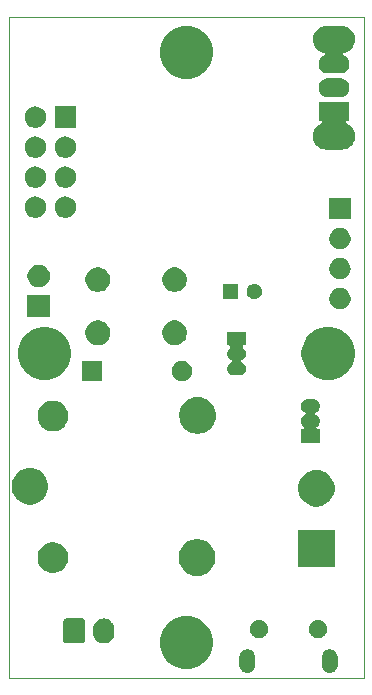
<source format=gbr>
G04 #@! TF.GenerationSoftware,KiCad,Pcbnew,(5.1.5)-3*
G04 #@! TF.CreationDate,2020-06-27T20:36:36+01:00*
G04 #@! TF.ProjectId,Schematic,53636865-6d61-4746-9963-2e6b69636164,v0.1*
G04 #@! TF.SameCoordinates,Original*
G04 #@! TF.FileFunction,Soldermask,Bot*
G04 #@! TF.FilePolarity,Negative*
%FSLAX46Y46*%
G04 Gerber Fmt 4.6, Leading zero omitted, Abs format (unit mm)*
G04 Created by KiCad (PCBNEW (5.1.5)-3) date 2020-06-27 20:36:36*
%MOMM*%
%LPD*%
G04 APERTURE LIST*
G04 #@! TA.AperFunction,Profile*
%ADD10C,0.050000*%
G04 #@! TD*
%ADD11C,0.100000*%
G04 APERTURE END LIST*
D10*
X200000000Y-110000000D02*
X200000000Y-110500000D01*
X170000000Y-110000000D02*
X170000000Y-110500000D01*
X200000000Y-55000000D02*
X200000000Y-54500000D01*
X170000000Y-55000000D02*
X170000000Y-54500000D01*
X200000000Y-55000000D02*
X200000000Y-80000000D01*
X170000000Y-80000000D02*
X170000000Y-55000000D01*
X170000000Y-110000000D02*
X170000000Y-80000000D01*
X200000000Y-110500000D02*
X170000000Y-110500000D01*
X200000000Y-80000000D02*
X200000000Y-110000000D01*
X170000000Y-54500000D02*
X200000000Y-54500000D01*
D11*
G36*
X190277618Y-108058420D02*
G01*
X190368404Y-108085960D01*
X190400336Y-108095646D01*
X190513425Y-108156094D01*
X190612554Y-108237446D01*
X190693906Y-108336575D01*
X190754354Y-108449664D01*
X190764040Y-108481596D01*
X190791580Y-108572382D01*
X190801000Y-108668027D01*
X190801000Y-109431973D01*
X190791580Y-109527618D01*
X190764040Y-109618404D01*
X190754354Y-109650336D01*
X190693906Y-109763425D01*
X190612554Y-109862553D01*
X190513424Y-109943906D01*
X190400335Y-110004354D01*
X190368403Y-110014040D01*
X190277617Y-110041580D01*
X190150000Y-110054149D01*
X190022382Y-110041580D01*
X189931596Y-110014040D01*
X189899664Y-110004354D01*
X189786575Y-109943906D01*
X189687447Y-109862554D01*
X189606094Y-109763424D01*
X189545646Y-109650335D01*
X189535960Y-109618403D01*
X189508420Y-109527617D01*
X189499000Y-109431972D01*
X189499000Y-108668027D01*
X189508420Y-108572382D01*
X189545645Y-108449668D01*
X189570608Y-108402966D01*
X189606095Y-108336575D01*
X189687447Y-108237446D01*
X189786576Y-108156094D01*
X189899665Y-108095646D01*
X189931597Y-108085960D01*
X190022383Y-108058420D01*
X190150000Y-108045851D01*
X190277618Y-108058420D01*
G37*
G36*
X197277617Y-108058420D02*
G01*
X197368403Y-108085960D01*
X197400335Y-108095646D01*
X197513424Y-108156094D01*
X197612554Y-108237447D01*
X197693906Y-108336575D01*
X197754354Y-108449664D01*
X197764040Y-108481596D01*
X197791580Y-108572382D01*
X197801000Y-108668027D01*
X197801000Y-109431973D01*
X197791580Y-109527618D01*
X197764040Y-109618404D01*
X197754354Y-109650336D01*
X197693906Y-109763425D01*
X197612554Y-109862554D01*
X197513425Y-109943906D01*
X197400336Y-110004354D01*
X197368404Y-110014040D01*
X197277618Y-110041580D01*
X197150000Y-110054149D01*
X197022383Y-110041580D01*
X196931597Y-110014040D01*
X196899665Y-110004354D01*
X196786576Y-109943906D01*
X196687447Y-109862554D01*
X196606095Y-109763425D01*
X196553216Y-109664496D01*
X196545645Y-109650332D01*
X196508420Y-109527618D01*
X196499000Y-109431973D01*
X196499000Y-108668028D01*
X196508420Y-108572383D01*
X196545645Y-108449669D01*
X196545646Y-108449665D01*
X196606094Y-108336576D01*
X196687447Y-108237446D01*
X196786575Y-108156094D01*
X196899664Y-108095646D01*
X196931596Y-108085960D01*
X197022382Y-108058420D01*
X197150000Y-108045851D01*
X197277617Y-108058420D01*
G37*
G36*
X185275880Y-105259776D02*
G01*
X185656593Y-105335504D01*
X186066249Y-105505189D01*
X186434929Y-105751534D01*
X186748466Y-106065071D01*
X186994811Y-106433751D01*
X187164496Y-106843407D01*
X187251000Y-107278296D01*
X187251000Y-107721704D01*
X187164496Y-108156593D01*
X186994811Y-108566249D01*
X186748466Y-108934929D01*
X186434929Y-109248466D01*
X186066249Y-109494811D01*
X185656593Y-109664496D01*
X185275880Y-109740224D01*
X185221705Y-109751000D01*
X184778295Y-109751000D01*
X184724120Y-109740224D01*
X184343407Y-109664496D01*
X183933751Y-109494811D01*
X183565071Y-109248466D01*
X183251534Y-108934929D01*
X183005189Y-108566249D01*
X182835504Y-108156593D01*
X182749000Y-107721704D01*
X182749000Y-107278296D01*
X182835504Y-106843407D01*
X183005189Y-106433751D01*
X183251534Y-106065071D01*
X183565071Y-105751534D01*
X183933751Y-105505189D01*
X184343407Y-105335504D01*
X184724120Y-105259776D01*
X184778295Y-105249000D01*
X185221705Y-105249000D01*
X185275880Y-105259776D01*
G37*
G36*
X178176626Y-105462037D02*
G01*
X178346465Y-105513557D01*
X178346467Y-105513558D01*
X178502989Y-105597221D01*
X178640186Y-105709814D01*
X178723448Y-105811271D01*
X178752778Y-105847009D01*
X178752779Y-105847011D01*
X178825161Y-105982426D01*
X178836443Y-106003534D01*
X178887963Y-106173373D01*
X178887963Y-106173375D01*
X178897832Y-106273571D01*
X178901000Y-106305742D01*
X178901000Y-106694257D01*
X178887963Y-106826626D01*
X178836443Y-106996466D01*
X178752778Y-107152991D01*
X178723448Y-107188729D01*
X178640186Y-107290186D01*
X178545250Y-107368097D01*
X178502991Y-107402778D01*
X178346466Y-107486443D01*
X178176627Y-107537963D01*
X178000000Y-107555359D01*
X177823374Y-107537963D01*
X177653535Y-107486443D01*
X177497010Y-107402778D01*
X177359815Y-107290185D01*
X177247222Y-107152991D01*
X177163557Y-106996466D01*
X177112037Y-106826627D01*
X177099000Y-106694258D01*
X177099000Y-106305743D01*
X177112037Y-106173374D01*
X177163557Y-106003535D01*
X177247222Y-105847010D01*
X177247223Y-105847009D01*
X177359814Y-105709814D01*
X177461271Y-105626552D01*
X177497009Y-105597222D01*
X177653534Y-105513557D01*
X177823373Y-105462037D01*
X178000000Y-105444641D01*
X178176626Y-105462037D01*
G37*
G36*
X176258600Y-105452989D02*
G01*
X176291652Y-105463015D01*
X176322103Y-105479292D01*
X176348799Y-105501201D01*
X176370708Y-105527897D01*
X176386985Y-105558348D01*
X176397011Y-105591400D01*
X176401000Y-105631903D01*
X176401000Y-107368097D01*
X176397011Y-107408600D01*
X176386985Y-107441652D01*
X176370708Y-107472103D01*
X176348799Y-107498799D01*
X176322103Y-107520708D01*
X176291652Y-107536985D01*
X176258600Y-107547011D01*
X176218097Y-107551000D01*
X174781903Y-107551000D01*
X174741400Y-107547011D01*
X174708348Y-107536985D01*
X174677897Y-107520708D01*
X174651201Y-107498799D01*
X174629292Y-107472103D01*
X174613015Y-107441652D01*
X174602989Y-107408600D01*
X174599000Y-107368097D01*
X174599000Y-105631903D01*
X174602989Y-105591400D01*
X174613015Y-105558348D01*
X174629292Y-105527897D01*
X174651201Y-105501201D01*
X174677897Y-105479292D01*
X174708348Y-105463015D01*
X174741400Y-105452989D01*
X174781903Y-105449000D01*
X176218097Y-105449000D01*
X176258600Y-105452989D01*
G37*
G36*
X191376348Y-105603820D02*
G01*
X191376350Y-105603821D01*
X191376351Y-105603821D01*
X191517574Y-105662317D01*
X191517577Y-105662319D01*
X191644669Y-105747239D01*
X191752761Y-105855331D01*
X191837681Y-105982423D01*
X191837683Y-105982426D01*
X191896179Y-106123649D01*
X191896180Y-106123652D01*
X191926000Y-106273569D01*
X191926000Y-106426429D01*
X191896179Y-106576351D01*
X191837683Y-106717574D01*
X191837681Y-106717577D01*
X191752761Y-106844669D01*
X191644669Y-106952761D01*
X191517577Y-107037681D01*
X191517574Y-107037683D01*
X191376351Y-107096179D01*
X191376350Y-107096179D01*
X191376348Y-107096180D01*
X191226431Y-107126000D01*
X191073569Y-107126000D01*
X190923652Y-107096180D01*
X190923650Y-107096179D01*
X190923649Y-107096179D01*
X190782426Y-107037683D01*
X190782423Y-107037681D01*
X190655331Y-106952761D01*
X190547239Y-106844669D01*
X190462319Y-106717577D01*
X190462317Y-106717574D01*
X190403821Y-106576351D01*
X190374000Y-106426429D01*
X190374000Y-106273569D01*
X190403820Y-106123652D01*
X190403821Y-106123649D01*
X190462317Y-105982426D01*
X190462319Y-105982423D01*
X190547239Y-105855331D01*
X190655331Y-105747239D01*
X190782423Y-105662319D01*
X190782426Y-105662317D01*
X190923649Y-105603821D01*
X190923650Y-105603821D01*
X190923652Y-105603820D01*
X191073569Y-105574000D01*
X191226431Y-105574000D01*
X191376348Y-105603820D01*
G37*
G36*
X196376348Y-105603820D02*
G01*
X196376350Y-105603821D01*
X196376351Y-105603821D01*
X196517574Y-105662317D01*
X196517577Y-105662319D01*
X196644669Y-105747239D01*
X196752761Y-105855331D01*
X196837681Y-105982423D01*
X196837683Y-105982426D01*
X196896179Y-106123649D01*
X196896180Y-106123652D01*
X196926000Y-106273569D01*
X196926000Y-106426429D01*
X196896179Y-106576351D01*
X196837683Y-106717574D01*
X196837681Y-106717577D01*
X196752761Y-106844669D01*
X196644669Y-106952761D01*
X196517577Y-107037681D01*
X196517574Y-107037683D01*
X196376351Y-107096179D01*
X196376350Y-107096179D01*
X196376348Y-107096180D01*
X196226431Y-107126000D01*
X196073569Y-107126000D01*
X195923652Y-107096180D01*
X195923650Y-107096179D01*
X195923649Y-107096179D01*
X195782426Y-107037683D01*
X195782423Y-107037681D01*
X195655331Y-106952761D01*
X195547239Y-106844669D01*
X195462319Y-106717577D01*
X195462317Y-106717574D01*
X195403821Y-106576351D01*
X195374000Y-106426429D01*
X195374000Y-106273569D01*
X195403820Y-106123652D01*
X195403821Y-106123649D01*
X195462317Y-105982426D01*
X195462319Y-105982423D01*
X195547239Y-105855331D01*
X195655331Y-105747239D01*
X195782423Y-105662319D01*
X195782426Y-105662317D01*
X195923649Y-105603821D01*
X195923650Y-105603821D01*
X195923652Y-105603820D01*
X196073569Y-105574000D01*
X196226431Y-105574000D01*
X196376348Y-105603820D01*
G37*
G36*
X186202585Y-98778802D02*
G01*
X186352410Y-98808604D01*
X186634674Y-98925521D01*
X186888705Y-99095259D01*
X187104741Y-99311295D01*
X187274479Y-99565326D01*
X187391396Y-99847590D01*
X187451000Y-100147240D01*
X187451000Y-100452760D01*
X187391396Y-100752410D01*
X187274479Y-101034674D01*
X187104741Y-101288705D01*
X186888705Y-101504741D01*
X186634674Y-101674479D01*
X186352410Y-101791396D01*
X186202585Y-101821198D01*
X186052761Y-101851000D01*
X185747239Y-101851000D01*
X185597415Y-101821198D01*
X185447590Y-101791396D01*
X185165326Y-101674479D01*
X184911295Y-101504741D01*
X184695259Y-101288705D01*
X184525521Y-101034674D01*
X184408604Y-100752410D01*
X184349000Y-100452760D01*
X184349000Y-100147240D01*
X184408604Y-99847590D01*
X184525521Y-99565326D01*
X184695259Y-99311295D01*
X184911295Y-99095259D01*
X185165326Y-98925521D01*
X185447590Y-98808604D01*
X185597415Y-98778802D01*
X185747239Y-98749000D01*
X186052761Y-98749000D01*
X186202585Y-98778802D01*
G37*
G36*
X174079487Y-99048996D02*
G01*
X174316253Y-99147068D01*
X174316255Y-99147069D01*
X174529339Y-99289447D01*
X174710553Y-99470661D01*
X174852932Y-99683747D01*
X174951004Y-99920513D01*
X175001000Y-100171861D01*
X175001000Y-100428139D01*
X174951004Y-100679487D01*
X174920798Y-100752410D01*
X174852931Y-100916255D01*
X174710553Y-101129339D01*
X174529339Y-101310553D01*
X174316255Y-101452931D01*
X174316254Y-101452932D01*
X174316253Y-101452932D01*
X174079487Y-101551004D01*
X173828139Y-101601000D01*
X173571861Y-101601000D01*
X173320513Y-101551004D01*
X173083747Y-101452932D01*
X173083746Y-101452932D01*
X173083745Y-101452931D01*
X172870661Y-101310553D01*
X172689447Y-101129339D01*
X172547069Y-100916255D01*
X172479202Y-100752410D01*
X172448996Y-100679487D01*
X172399000Y-100428139D01*
X172399000Y-100171861D01*
X172448996Y-99920513D01*
X172547068Y-99683747D01*
X172689447Y-99470661D01*
X172870661Y-99289447D01*
X173083745Y-99147069D01*
X173083747Y-99147068D01*
X173320513Y-99048996D01*
X173571861Y-98999000D01*
X173828139Y-98999000D01*
X174079487Y-99048996D01*
G37*
G36*
X197551000Y-101051000D02*
G01*
X194449000Y-101051000D01*
X194449000Y-97949000D01*
X197551000Y-97949000D01*
X197551000Y-101051000D01*
G37*
G36*
X196302585Y-92898802D02*
G01*
X196452410Y-92928604D01*
X196734674Y-93045521D01*
X196988705Y-93215259D01*
X197204741Y-93431295D01*
X197374479Y-93685326D01*
X197491396Y-93967590D01*
X197551000Y-94267240D01*
X197551000Y-94572760D01*
X197491396Y-94872410D01*
X197374479Y-95154674D01*
X197204741Y-95408705D01*
X196988705Y-95624741D01*
X196734674Y-95794479D01*
X196452410Y-95911396D01*
X196302585Y-95941198D01*
X196152761Y-95971000D01*
X195847239Y-95971000D01*
X195697415Y-95941198D01*
X195547590Y-95911396D01*
X195265326Y-95794479D01*
X195011295Y-95624741D01*
X194795259Y-95408705D01*
X194625521Y-95154674D01*
X194508604Y-94872410D01*
X194449000Y-94572760D01*
X194449000Y-94267240D01*
X194508604Y-93967590D01*
X194625521Y-93685326D01*
X194795259Y-93431295D01*
X195011295Y-93215259D01*
X195265326Y-93045521D01*
X195547590Y-92928604D01*
X195697415Y-92898802D01*
X195847239Y-92869000D01*
X196152761Y-92869000D01*
X196302585Y-92898802D01*
G37*
G36*
X172052585Y-92728802D02*
G01*
X172202410Y-92758604D01*
X172484674Y-92875521D01*
X172738705Y-93045259D01*
X172954741Y-93261295D01*
X173124479Y-93515326D01*
X173241396Y-93797590D01*
X173301000Y-94097240D01*
X173301000Y-94402760D01*
X173241396Y-94702410D01*
X173124479Y-94984674D01*
X172954741Y-95238705D01*
X172738705Y-95454741D01*
X172484674Y-95624479D01*
X172202410Y-95741396D01*
X172052585Y-95771198D01*
X171902761Y-95801000D01*
X171597239Y-95801000D01*
X171447415Y-95771198D01*
X171297590Y-95741396D01*
X171015326Y-95624479D01*
X170761295Y-95454741D01*
X170545259Y-95238705D01*
X170375521Y-94984674D01*
X170258604Y-94702410D01*
X170199000Y-94402760D01*
X170199000Y-94097240D01*
X170258604Y-93797590D01*
X170375521Y-93515326D01*
X170545259Y-93261295D01*
X170761295Y-93045259D01*
X171015326Y-92875521D01*
X171297590Y-92758604D01*
X171447415Y-92728802D01*
X171597239Y-92699000D01*
X171902761Y-92699000D01*
X172052585Y-92728802D01*
G37*
G36*
X195837916Y-86892334D02*
G01*
X195946492Y-86925271D01*
X195946495Y-86925272D01*
X195982601Y-86944571D01*
X196046557Y-86978756D01*
X196134264Y-87050736D01*
X196206244Y-87138443D01*
X196240429Y-87202399D01*
X196259728Y-87238505D01*
X196259729Y-87238508D01*
X196292666Y-87347084D01*
X196303787Y-87460000D01*
X196292666Y-87572916D01*
X196259729Y-87681492D01*
X196259728Y-87681495D01*
X196258525Y-87683745D01*
X196206244Y-87781557D01*
X196134264Y-87869264D01*
X196046557Y-87941244D01*
X195965141Y-87984761D01*
X195944766Y-87998375D01*
X195927439Y-88015702D01*
X195913826Y-88036076D01*
X195904448Y-88058715D01*
X195899668Y-88082748D01*
X195899668Y-88107252D01*
X195904448Y-88131285D01*
X195913826Y-88153924D01*
X195927440Y-88174299D01*
X195944767Y-88191626D01*
X195965141Y-88205239D01*
X196046557Y-88248756D01*
X196134264Y-88320736D01*
X196206244Y-88408443D01*
X196240429Y-88472399D01*
X196259728Y-88508505D01*
X196259729Y-88508508D01*
X196292666Y-88617084D01*
X196303787Y-88730000D01*
X196292666Y-88842916D01*
X196270418Y-88916255D01*
X196259728Y-88951495D01*
X196241994Y-88984672D01*
X196206244Y-89051557D01*
X196134264Y-89139264D01*
X196057354Y-89202383D01*
X196040035Y-89219702D01*
X196026421Y-89240077D01*
X196017043Y-89262716D01*
X196012263Y-89286749D01*
X196012263Y-89311253D01*
X196017043Y-89335286D01*
X196026421Y-89357925D01*
X196040034Y-89378299D01*
X196057361Y-89395626D01*
X196077736Y-89409240D01*
X196100375Y-89418618D01*
X196124408Y-89423398D01*
X196136660Y-89424000D01*
X196301000Y-89424000D01*
X196301000Y-90576000D01*
X194699000Y-90576000D01*
X194699000Y-89424000D01*
X194863340Y-89424000D01*
X194887726Y-89421598D01*
X194911175Y-89414485D01*
X194932786Y-89402934D01*
X194951728Y-89387389D01*
X194967273Y-89368447D01*
X194978824Y-89346836D01*
X194985937Y-89323387D01*
X194988339Y-89299001D01*
X194985937Y-89274615D01*
X194978824Y-89251166D01*
X194967273Y-89229555D01*
X194951728Y-89210613D01*
X194942655Y-89202391D01*
X194865736Y-89139264D01*
X194793756Y-89051557D01*
X194758006Y-88984672D01*
X194740272Y-88951495D01*
X194729582Y-88916255D01*
X194707334Y-88842916D01*
X194696213Y-88730000D01*
X194707334Y-88617084D01*
X194740271Y-88508508D01*
X194740272Y-88508505D01*
X194759571Y-88472399D01*
X194793756Y-88408443D01*
X194865736Y-88320736D01*
X194953443Y-88248756D01*
X195034859Y-88205239D01*
X195055234Y-88191625D01*
X195072561Y-88174298D01*
X195086174Y-88153924D01*
X195095552Y-88131285D01*
X195100332Y-88107252D01*
X195100332Y-88082748D01*
X195095552Y-88058715D01*
X195086174Y-88036076D01*
X195072560Y-88015701D01*
X195055233Y-87998374D01*
X195034859Y-87984761D01*
X194953443Y-87941244D01*
X194865736Y-87869264D01*
X194793756Y-87781557D01*
X194741475Y-87683745D01*
X194740272Y-87681495D01*
X194740271Y-87681492D01*
X194707334Y-87572916D01*
X194696213Y-87460000D01*
X194707334Y-87347084D01*
X194740271Y-87238508D01*
X194740272Y-87238505D01*
X194759571Y-87202399D01*
X194793756Y-87138443D01*
X194865736Y-87050736D01*
X194953443Y-86978756D01*
X195017399Y-86944571D01*
X195053505Y-86925272D01*
X195053508Y-86925271D01*
X195162084Y-86892334D01*
X195246702Y-86884000D01*
X195753298Y-86884000D01*
X195837916Y-86892334D01*
G37*
G36*
X186252585Y-86728802D02*
G01*
X186402410Y-86758604D01*
X186684674Y-86875521D01*
X186938705Y-87045259D01*
X187154741Y-87261295D01*
X187324479Y-87515326D01*
X187434754Y-87781555D01*
X187441396Y-87797591D01*
X187501000Y-88097239D01*
X187501000Y-88402761D01*
X187471198Y-88552585D01*
X187441396Y-88702410D01*
X187324479Y-88984674D01*
X187154741Y-89238705D01*
X186938705Y-89454741D01*
X186684674Y-89624479D01*
X186402410Y-89741396D01*
X186252585Y-89771198D01*
X186102761Y-89801000D01*
X185797239Y-89801000D01*
X185647415Y-89771198D01*
X185497590Y-89741396D01*
X185215326Y-89624479D01*
X184961295Y-89454741D01*
X184745259Y-89238705D01*
X184575521Y-88984674D01*
X184458604Y-88702410D01*
X184428802Y-88552585D01*
X184399000Y-88402761D01*
X184399000Y-88097239D01*
X184458604Y-87797591D01*
X184465246Y-87781555D01*
X184575521Y-87515326D01*
X184745259Y-87261295D01*
X184961295Y-87045259D01*
X185215326Y-86875521D01*
X185497590Y-86758604D01*
X185647415Y-86728802D01*
X185797239Y-86699000D01*
X186102761Y-86699000D01*
X186252585Y-86728802D01*
G37*
G36*
X174079487Y-87048996D02*
G01*
X174295430Y-87138443D01*
X174316255Y-87147069D01*
X174529339Y-87289447D01*
X174710553Y-87470661D01*
X174851428Y-87681495D01*
X174852932Y-87683747D01*
X174951004Y-87920513D01*
X175001000Y-88171861D01*
X175001000Y-88428139D01*
X174951004Y-88679487D01*
X174883310Y-88842914D01*
X174852931Y-88916255D01*
X174710553Y-89129339D01*
X174529339Y-89310553D01*
X174316255Y-89452931D01*
X174316254Y-89452932D01*
X174316253Y-89452932D01*
X174079487Y-89551004D01*
X173828139Y-89601000D01*
X173571861Y-89601000D01*
X173320513Y-89551004D01*
X173083747Y-89452932D01*
X173083746Y-89452932D01*
X173083745Y-89452931D01*
X172870661Y-89310553D01*
X172689447Y-89129339D01*
X172547069Y-88916255D01*
X172516690Y-88842914D01*
X172448996Y-88679487D01*
X172399000Y-88428139D01*
X172399000Y-88171861D01*
X172448996Y-87920513D01*
X172547068Y-87683747D01*
X172548573Y-87681495D01*
X172689447Y-87470661D01*
X172870661Y-87289447D01*
X173083745Y-87147069D01*
X173104570Y-87138443D01*
X173320513Y-87048996D01*
X173571861Y-86999000D01*
X173828139Y-86999000D01*
X174079487Y-87048996D01*
G37*
G36*
X184868228Y-83681703D02*
G01*
X185023100Y-83745853D01*
X185162481Y-83838985D01*
X185281015Y-83957519D01*
X185374147Y-84096900D01*
X185438297Y-84251772D01*
X185471000Y-84416184D01*
X185471000Y-84583816D01*
X185438297Y-84748228D01*
X185374147Y-84903100D01*
X185281015Y-85042481D01*
X185162481Y-85161015D01*
X185023100Y-85254147D01*
X184868228Y-85318297D01*
X184703816Y-85351000D01*
X184536184Y-85351000D01*
X184371772Y-85318297D01*
X184216900Y-85254147D01*
X184077519Y-85161015D01*
X183958985Y-85042481D01*
X183865853Y-84903100D01*
X183801703Y-84748228D01*
X183769000Y-84583816D01*
X183769000Y-84416184D01*
X183801703Y-84251772D01*
X183865853Y-84096900D01*
X183958985Y-83957519D01*
X184077519Y-83838985D01*
X184216900Y-83745853D01*
X184371772Y-83681703D01*
X184536184Y-83649000D01*
X184703816Y-83649000D01*
X184868228Y-83681703D01*
G37*
G36*
X177851000Y-85351000D02*
G01*
X176149000Y-85351000D01*
X176149000Y-83649000D01*
X177851000Y-83649000D01*
X177851000Y-85351000D01*
G37*
G36*
X173237616Y-80752165D02*
G01*
X173656593Y-80835504D01*
X174066249Y-81005189D01*
X174434929Y-81251534D01*
X174748466Y-81565071D01*
X174994811Y-81933751D01*
X175164496Y-82343407D01*
X175251000Y-82778296D01*
X175251000Y-83221704D01*
X175164496Y-83656593D01*
X174994811Y-84066249D01*
X174748466Y-84434929D01*
X174434929Y-84748466D01*
X174066249Y-84994811D01*
X173656593Y-85164496D01*
X173275880Y-85240224D01*
X173221705Y-85251000D01*
X172778295Y-85251000D01*
X172724120Y-85240224D01*
X172343407Y-85164496D01*
X171933751Y-84994811D01*
X171565071Y-84748466D01*
X171251534Y-84434929D01*
X171005189Y-84066249D01*
X170835504Y-83656593D01*
X170749000Y-83221704D01*
X170749000Y-82778296D01*
X170835504Y-82343407D01*
X171005189Y-81933751D01*
X171251534Y-81565071D01*
X171565071Y-81251534D01*
X171933751Y-81005189D01*
X172343407Y-80835504D01*
X172762384Y-80752165D01*
X172778295Y-80749000D01*
X173221705Y-80749000D01*
X173237616Y-80752165D01*
G37*
G36*
X197237616Y-80752165D02*
G01*
X197656593Y-80835504D01*
X198066249Y-81005189D01*
X198434929Y-81251534D01*
X198748466Y-81565071D01*
X198994811Y-81933751D01*
X199164496Y-82343407D01*
X199251000Y-82778296D01*
X199251000Y-83221704D01*
X199164496Y-83656593D01*
X198994811Y-84066249D01*
X198748466Y-84434929D01*
X198434929Y-84748466D01*
X198066249Y-84994811D01*
X197656593Y-85164496D01*
X197275880Y-85240224D01*
X197221705Y-85251000D01*
X196778295Y-85251000D01*
X196724120Y-85240224D01*
X196343407Y-85164496D01*
X195933751Y-84994811D01*
X195565071Y-84748466D01*
X195251534Y-84434929D01*
X195005189Y-84066249D01*
X194835504Y-83656593D01*
X194749000Y-83221704D01*
X194749000Y-82778296D01*
X194835504Y-82343407D01*
X195005189Y-81933751D01*
X195251534Y-81565071D01*
X195565071Y-81251534D01*
X195933751Y-81005189D01*
X196343407Y-80835504D01*
X196762384Y-80752165D01*
X196778295Y-80749000D01*
X197221705Y-80749000D01*
X197237616Y-80752165D01*
G37*
G36*
X190051000Y-82326000D02*
G01*
X189886660Y-82326000D01*
X189862274Y-82328402D01*
X189838825Y-82335515D01*
X189817214Y-82347066D01*
X189798272Y-82362611D01*
X189782727Y-82381553D01*
X189771176Y-82403164D01*
X189764063Y-82426613D01*
X189761661Y-82450999D01*
X189764063Y-82475385D01*
X189771176Y-82498834D01*
X189782727Y-82520445D01*
X189798272Y-82539387D01*
X189807345Y-82547609D01*
X189884264Y-82610736D01*
X189956244Y-82698443D01*
X189990429Y-82762399D01*
X190009728Y-82798505D01*
X190009729Y-82798508D01*
X190042666Y-82907084D01*
X190053787Y-83020000D01*
X190042666Y-83132916D01*
X190015731Y-83221705D01*
X190009728Y-83241495D01*
X189990429Y-83277601D01*
X189956244Y-83341557D01*
X189884264Y-83429264D01*
X189796557Y-83501244D01*
X189715141Y-83544761D01*
X189694766Y-83558375D01*
X189677439Y-83575702D01*
X189663826Y-83596076D01*
X189654448Y-83618715D01*
X189649668Y-83642748D01*
X189649668Y-83667252D01*
X189654448Y-83691285D01*
X189663826Y-83713924D01*
X189677440Y-83734299D01*
X189694767Y-83751626D01*
X189715141Y-83765239D01*
X189796557Y-83808756D01*
X189884264Y-83880736D01*
X189956244Y-83968443D01*
X189990429Y-84032399D01*
X190009728Y-84068505D01*
X190009729Y-84068508D01*
X190042666Y-84177084D01*
X190053787Y-84290000D01*
X190042666Y-84402916D01*
X190009729Y-84511492D01*
X190009728Y-84511495D01*
X189990429Y-84547601D01*
X189956244Y-84611557D01*
X189884264Y-84699264D01*
X189796557Y-84771244D01*
X189732601Y-84805429D01*
X189696495Y-84824728D01*
X189696492Y-84824729D01*
X189587916Y-84857666D01*
X189503298Y-84866000D01*
X188996702Y-84866000D01*
X188912084Y-84857666D01*
X188803508Y-84824729D01*
X188803505Y-84824728D01*
X188767399Y-84805429D01*
X188703443Y-84771244D01*
X188615736Y-84699264D01*
X188543756Y-84611557D01*
X188509571Y-84547601D01*
X188490272Y-84511495D01*
X188490271Y-84511492D01*
X188457334Y-84402916D01*
X188446213Y-84290000D01*
X188457334Y-84177084D01*
X188490271Y-84068508D01*
X188490272Y-84068505D01*
X188509571Y-84032399D01*
X188543756Y-83968443D01*
X188615736Y-83880736D01*
X188703443Y-83808756D01*
X188784859Y-83765239D01*
X188805234Y-83751625D01*
X188822561Y-83734298D01*
X188836174Y-83713924D01*
X188845552Y-83691285D01*
X188850332Y-83667252D01*
X188850332Y-83642748D01*
X188845552Y-83618715D01*
X188836174Y-83596076D01*
X188822560Y-83575701D01*
X188805233Y-83558374D01*
X188784859Y-83544761D01*
X188703443Y-83501244D01*
X188615736Y-83429264D01*
X188543756Y-83341557D01*
X188509571Y-83277601D01*
X188490272Y-83241495D01*
X188484269Y-83221705D01*
X188457334Y-83132916D01*
X188446213Y-83020000D01*
X188457334Y-82907084D01*
X188490271Y-82798508D01*
X188490272Y-82798505D01*
X188509571Y-82762399D01*
X188543756Y-82698443D01*
X188615736Y-82610736D01*
X188692646Y-82547617D01*
X188709965Y-82530298D01*
X188723579Y-82509923D01*
X188732957Y-82487284D01*
X188737737Y-82463251D01*
X188737737Y-82438747D01*
X188732957Y-82414714D01*
X188723579Y-82392075D01*
X188709966Y-82371701D01*
X188692639Y-82354374D01*
X188672264Y-82340760D01*
X188649625Y-82331382D01*
X188625592Y-82326602D01*
X188613340Y-82326000D01*
X188449000Y-82326000D01*
X188449000Y-81174000D01*
X190051000Y-81174000D01*
X190051000Y-82326000D01*
G37*
G36*
X184306564Y-80239389D02*
G01*
X184497833Y-80318615D01*
X184497835Y-80318616D01*
X184669973Y-80433635D01*
X184816365Y-80580027D01*
X184931385Y-80752167D01*
X185010611Y-80943436D01*
X185051000Y-81146484D01*
X185051000Y-81353516D01*
X185010611Y-81556564D01*
X184931385Y-81747833D01*
X184931384Y-81747835D01*
X184816365Y-81919973D01*
X184669973Y-82066365D01*
X184497835Y-82181384D01*
X184497834Y-82181385D01*
X184497833Y-82181385D01*
X184306564Y-82260611D01*
X184103516Y-82301000D01*
X183896484Y-82301000D01*
X183693436Y-82260611D01*
X183502167Y-82181385D01*
X183502166Y-82181385D01*
X183502165Y-82181384D01*
X183330027Y-82066365D01*
X183183635Y-81919973D01*
X183068616Y-81747835D01*
X183068615Y-81747833D01*
X182989389Y-81556564D01*
X182949000Y-81353516D01*
X182949000Y-81146484D01*
X182989389Y-80943436D01*
X183068615Y-80752167D01*
X183183635Y-80580027D01*
X183330027Y-80433635D01*
X183502165Y-80318616D01*
X183502167Y-80318615D01*
X183693436Y-80239389D01*
X183896484Y-80199000D01*
X184103516Y-80199000D01*
X184306564Y-80239389D01*
G37*
G36*
X177806564Y-80239389D02*
G01*
X177997833Y-80318615D01*
X177997835Y-80318616D01*
X178169973Y-80433635D01*
X178316365Y-80580027D01*
X178431385Y-80752167D01*
X178510611Y-80943436D01*
X178551000Y-81146484D01*
X178551000Y-81353516D01*
X178510611Y-81556564D01*
X178431385Y-81747833D01*
X178431384Y-81747835D01*
X178316365Y-81919973D01*
X178169973Y-82066365D01*
X177997835Y-82181384D01*
X177997834Y-82181385D01*
X177997833Y-82181385D01*
X177806564Y-82260611D01*
X177603516Y-82301000D01*
X177396484Y-82301000D01*
X177193436Y-82260611D01*
X177002167Y-82181385D01*
X177002166Y-82181385D01*
X177002165Y-82181384D01*
X176830027Y-82066365D01*
X176683635Y-81919973D01*
X176568616Y-81747835D01*
X176568615Y-81747833D01*
X176489389Y-81556564D01*
X176449000Y-81353516D01*
X176449000Y-81146484D01*
X176489389Y-80943436D01*
X176568615Y-80752167D01*
X176683635Y-80580027D01*
X176830027Y-80433635D01*
X177002165Y-80318616D01*
X177002167Y-80318615D01*
X177193436Y-80239389D01*
X177396484Y-80199000D01*
X177603516Y-80199000D01*
X177806564Y-80239389D01*
G37*
G36*
X173451000Y-79951000D02*
G01*
X171549000Y-79951000D01*
X171549000Y-78049000D01*
X173451000Y-78049000D01*
X173451000Y-79951000D01*
G37*
G36*
X198113512Y-77473927D02*
G01*
X198262812Y-77503624D01*
X198426784Y-77571544D01*
X198574354Y-77670147D01*
X198699853Y-77795646D01*
X198798456Y-77943216D01*
X198866376Y-78107188D01*
X198901000Y-78281259D01*
X198901000Y-78458741D01*
X198866376Y-78632812D01*
X198798456Y-78796784D01*
X198699853Y-78944354D01*
X198574354Y-79069853D01*
X198426784Y-79168456D01*
X198262812Y-79236376D01*
X198113512Y-79266073D01*
X198088742Y-79271000D01*
X197911258Y-79271000D01*
X197886488Y-79266073D01*
X197737188Y-79236376D01*
X197573216Y-79168456D01*
X197425646Y-79069853D01*
X197300147Y-78944354D01*
X197201544Y-78796784D01*
X197133624Y-78632812D01*
X197099000Y-78458741D01*
X197099000Y-78281259D01*
X197133624Y-78107188D01*
X197201544Y-77943216D01*
X197300147Y-77795646D01*
X197425646Y-77670147D01*
X197573216Y-77571544D01*
X197737188Y-77503624D01*
X197886488Y-77473927D01*
X197911258Y-77469000D01*
X198088742Y-77469000D01*
X198113512Y-77473927D01*
G37*
G36*
X189401000Y-78401000D02*
G01*
X188099000Y-78401000D01*
X188099000Y-77099000D01*
X189401000Y-77099000D01*
X189401000Y-78401000D01*
G37*
G36*
X190939890Y-77124017D02*
G01*
X191058364Y-77173091D01*
X191164988Y-77244335D01*
X191255665Y-77335012D01*
X191306439Y-77411000D01*
X191326910Y-77441638D01*
X191375983Y-77560110D01*
X191400106Y-77681384D01*
X191401000Y-77685882D01*
X191401000Y-77814118D01*
X191375983Y-77939890D01*
X191326909Y-78058364D01*
X191255665Y-78164988D01*
X191164988Y-78255665D01*
X191058364Y-78326909D01*
X191058363Y-78326910D01*
X191058362Y-78326910D01*
X190939890Y-78375983D01*
X190814119Y-78401000D01*
X190685881Y-78401000D01*
X190560110Y-78375983D01*
X190441638Y-78326910D01*
X190441637Y-78326910D01*
X190441636Y-78326909D01*
X190335012Y-78255665D01*
X190244335Y-78164988D01*
X190173091Y-78058364D01*
X190124017Y-77939890D01*
X190099000Y-77814118D01*
X190099000Y-77685882D01*
X190099895Y-77681384D01*
X190124017Y-77560110D01*
X190173090Y-77441638D01*
X190193562Y-77411000D01*
X190244335Y-77335012D01*
X190335012Y-77244335D01*
X190441636Y-77173091D01*
X190560110Y-77124017D01*
X190685881Y-77099000D01*
X190814119Y-77099000D01*
X190939890Y-77124017D01*
G37*
G36*
X177806564Y-75739389D02*
G01*
X177997833Y-75818615D01*
X177997835Y-75818616D01*
X178050451Y-75853773D01*
X178169973Y-75933635D01*
X178316365Y-76080027D01*
X178431385Y-76252167D01*
X178510611Y-76443436D01*
X178551000Y-76646484D01*
X178551000Y-76853516D01*
X178510611Y-77056564D01*
X178451740Y-77198691D01*
X178431384Y-77247835D01*
X178316365Y-77419973D01*
X178169973Y-77566365D01*
X177997835Y-77681384D01*
X177997834Y-77681385D01*
X177997833Y-77681385D01*
X177806564Y-77760611D01*
X177603516Y-77801000D01*
X177396484Y-77801000D01*
X177193436Y-77760611D01*
X177002167Y-77681385D01*
X177002166Y-77681385D01*
X177002165Y-77681384D01*
X176830027Y-77566365D01*
X176683635Y-77419973D01*
X176568616Y-77247835D01*
X176548260Y-77198691D01*
X176489389Y-77056564D01*
X176449000Y-76853516D01*
X176449000Y-76646484D01*
X176489389Y-76443436D01*
X176568615Y-76252167D01*
X176683635Y-76080027D01*
X176830027Y-75933635D01*
X176949549Y-75853773D01*
X177002165Y-75818616D01*
X177002167Y-75818615D01*
X177193436Y-75739389D01*
X177396484Y-75699000D01*
X177603516Y-75699000D01*
X177806564Y-75739389D01*
G37*
G36*
X184306564Y-75739389D02*
G01*
X184497833Y-75818615D01*
X184497835Y-75818616D01*
X184550451Y-75853773D01*
X184669973Y-75933635D01*
X184816365Y-76080027D01*
X184931385Y-76252167D01*
X185010611Y-76443436D01*
X185051000Y-76646484D01*
X185051000Y-76853516D01*
X185010611Y-77056564D01*
X184951740Y-77198691D01*
X184931384Y-77247835D01*
X184816365Y-77419973D01*
X184669973Y-77566365D01*
X184497835Y-77681384D01*
X184497834Y-77681385D01*
X184497833Y-77681385D01*
X184306564Y-77760611D01*
X184103516Y-77801000D01*
X183896484Y-77801000D01*
X183693436Y-77760611D01*
X183502167Y-77681385D01*
X183502166Y-77681385D01*
X183502165Y-77681384D01*
X183330027Y-77566365D01*
X183183635Y-77419973D01*
X183068616Y-77247835D01*
X183048260Y-77198691D01*
X182989389Y-77056564D01*
X182949000Y-76853516D01*
X182949000Y-76646484D01*
X182989389Y-76443436D01*
X183068615Y-76252167D01*
X183183635Y-76080027D01*
X183330027Y-75933635D01*
X183449549Y-75853773D01*
X183502165Y-75818616D01*
X183502167Y-75818615D01*
X183693436Y-75739389D01*
X183896484Y-75699000D01*
X184103516Y-75699000D01*
X184306564Y-75739389D01*
G37*
G36*
X172777395Y-75545546D02*
G01*
X172950466Y-75617234D01*
X172950467Y-75617235D01*
X173106227Y-75721310D01*
X173238690Y-75853773D01*
X173238691Y-75853775D01*
X173342766Y-76009534D01*
X173414454Y-76182605D01*
X173451000Y-76366333D01*
X173451000Y-76553667D01*
X173414454Y-76737395D01*
X173342766Y-76910466D01*
X173342765Y-76910467D01*
X173238690Y-77066227D01*
X173106227Y-77198690D01*
X173037914Y-77244335D01*
X172950466Y-77302766D01*
X172777395Y-77374454D01*
X172593667Y-77411000D01*
X172406333Y-77411000D01*
X172222605Y-77374454D01*
X172049534Y-77302766D01*
X171962086Y-77244335D01*
X171893773Y-77198690D01*
X171761310Y-77066227D01*
X171657235Y-76910467D01*
X171657234Y-76910466D01*
X171585546Y-76737395D01*
X171549000Y-76553667D01*
X171549000Y-76366333D01*
X171585546Y-76182605D01*
X171657234Y-76009534D01*
X171761309Y-75853775D01*
X171761310Y-75853773D01*
X171893773Y-75721310D01*
X172049533Y-75617235D01*
X172049534Y-75617234D01*
X172222605Y-75545546D01*
X172406333Y-75509000D01*
X172593667Y-75509000D01*
X172777395Y-75545546D01*
G37*
G36*
X198113512Y-74933927D02*
G01*
X198262812Y-74963624D01*
X198426784Y-75031544D01*
X198574354Y-75130147D01*
X198699853Y-75255646D01*
X198798456Y-75403216D01*
X198866376Y-75567188D01*
X198892594Y-75699000D01*
X198901000Y-75741258D01*
X198901000Y-75918742D01*
X198896073Y-75943512D01*
X198866376Y-76092812D01*
X198798456Y-76256784D01*
X198699853Y-76404354D01*
X198574354Y-76529853D01*
X198426784Y-76628456D01*
X198262812Y-76696376D01*
X198113512Y-76726073D01*
X198088742Y-76731000D01*
X197911258Y-76731000D01*
X197886488Y-76726073D01*
X197737188Y-76696376D01*
X197573216Y-76628456D01*
X197425646Y-76529853D01*
X197300147Y-76404354D01*
X197201544Y-76256784D01*
X197133624Y-76092812D01*
X197103927Y-75943512D01*
X197099000Y-75918742D01*
X197099000Y-75741258D01*
X197107406Y-75699000D01*
X197133624Y-75567188D01*
X197201544Y-75403216D01*
X197300147Y-75255646D01*
X197425646Y-75130147D01*
X197573216Y-75031544D01*
X197737188Y-74963624D01*
X197886488Y-74933927D01*
X197911258Y-74929000D01*
X198088742Y-74929000D01*
X198113512Y-74933927D01*
G37*
G36*
X198113512Y-72393927D02*
G01*
X198262812Y-72423624D01*
X198426784Y-72491544D01*
X198574354Y-72590147D01*
X198699853Y-72715646D01*
X198798456Y-72863216D01*
X198866376Y-73027188D01*
X198901000Y-73201259D01*
X198901000Y-73378741D01*
X198866376Y-73552812D01*
X198798456Y-73716784D01*
X198699853Y-73864354D01*
X198574354Y-73989853D01*
X198426784Y-74088456D01*
X198262812Y-74156376D01*
X198113512Y-74186073D01*
X198088742Y-74191000D01*
X197911258Y-74191000D01*
X197886488Y-74186073D01*
X197737188Y-74156376D01*
X197573216Y-74088456D01*
X197425646Y-73989853D01*
X197300147Y-73864354D01*
X197201544Y-73716784D01*
X197133624Y-73552812D01*
X197099000Y-73378741D01*
X197099000Y-73201259D01*
X197133624Y-73027188D01*
X197201544Y-72863216D01*
X197300147Y-72715646D01*
X197425646Y-72590147D01*
X197573216Y-72491544D01*
X197737188Y-72423624D01*
X197886488Y-72393927D01*
X197911258Y-72389000D01*
X198088742Y-72389000D01*
X198113512Y-72393927D01*
G37*
G36*
X198901000Y-71651000D02*
G01*
X197099000Y-71651000D01*
X197099000Y-69849000D01*
X198901000Y-69849000D01*
X198901000Y-71651000D01*
G37*
G36*
X172323512Y-69723927D02*
G01*
X172472812Y-69753624D01*
X172636784Y-69821544D01*
X172784354Y-69920147D01*
X172909853Y-70045646D01*
X173008456Y-70193216D01*
X173076376Y-70357188D01*
X173111000Y-70531259D01*
X173111000Y-70708741D01*
X173076376Y-70882812D01*
X173008456Y-71046784D01*
X172909853Y-71194354D01*
X172784354Y-71319853D01*
X172636784Y-71418456D01*
X172472812Y-71486376D01*
X172323512Y-71516073D01*
X172298742Y-71521000D01*
X172121258Y-71521000D01*
X172096488Y-71516073D01*
X171947188Y-71486376D01*
X171783216Y-71418456D01*
X171635646Y-71319853D01*
X171510147Y-71194354D01*
X171411544Y-71046784D01*
X171343624Y-70882812D01*
X171309000Y-70708741D01*
X171309000Y-70531259D01*
X171343624Y-70357188D01*
X171411544Y-70193216D01*
X171510147Y-70045646D01*
X171635646Y-69920147D01*
X171783216Y-69821544D01*
X171947188Y-69753624D01*
X172096488Y-69723927D01*
X172121258Y-69719000D01*
X172298742Y-69719000D01*
X172323512Y-69723927D01*
G37*
G36*
X174863512Y-69723927D02*
G01*
X175012812Y-69753624D01*
X175176784Y-69821544D01*
X175324354Y-69920147D01*
X175449853Y-70045646D01*
X175548456Y-70193216D01*
X175616376Y-70357188D01*
X175651000Y-70531259D01*
X175651000Y-70708741D01*
X175616376Y-70882812D01*
X175548456Y-71046784D01*
X175449853Y-71194354D01*
X175324354Y-71319853D01*
X175176784Y-71418456D01*
X175012812Y-71486376D01*
X174863512Y-71516073D01*
X174838742Y-71521000D01*
X174661258Y-71521000D01*
X174636488Y-71516073D01*
X174487188Y-71486376D01*
X174323216Y-71418456D01*
X174175646Y-71319853D01*
X174050147Y-71194354D01*
X173951544Y-71046784D01*
X173883624Y-70882812D01*
X173849000Y-70708741D01*
X173849000Y-70531259D01*
X173883624Y-70357188D01*
X173951544Y-70193216D01*
X174050147Y-70045646D01*
X174175646Y-69920147D01*
X174323216Y-69821544D01*
X174487188Y-69753624D01*
X174636488Y-69723927D01*
X174661258Y-69719000D01*
X174838742Y-69719000D01*
X174863512Y-69723927D01*
G37*
G36*
X172323512Y-67183927D02*
G01*
X172472812Y-67213624D01*
X172636784Y-67281544D01*
X172784354Y-67380147D01*
X172909853Y-67505646D01*
X173008456Y-67653216D01*
X173076376Y-67817188D01*
X173111000Y-67991259D01*
X173111000Y-68168741D01*
X173076376Y-68342812D01*
X173008456Y-68506784D01*
X172909853Y-68654354D01*
X172784354Y-68779853D01*
X172636784Y-68878456D01*
X172472812Y-68946376D01*
X172323512Y-68976073D01*
X172298742Y-68981000D01*
X172121258Y-68981000D01*
X172096488Y-68976073D01*
X171947188Y-68946376D01*
X171783216Y-68878456D01*
X171635646Y-68779853D01*
X171510147Y-68654354D01*
X171411544Y-68506784D01*
X171343624Y-68342812D01*
X171309000Y-68168741D01*
X171309000Y-67991259D01*
X171343624Y-67817188D01*
X171411544Y-67653216D01*
X171510147Y-67505646D01*
X171635646Y-67380147D01*
X171783216Y-67281544D01*
X171947188Y-67213624D01*
X172096488Y-67183927D01*
X172121258Y-67179000D01*
X172298742Y-67179000D01*
X172323512Y-67183927D01*
G37*
G36*
X174863512Y-67183927D02*
G01*
X175012812Y-67213624D01*
X175176784Y-67281544D01*
X175324354Y-67380147D01*
X175449853Y-67505646D01*
X175548456Y-67653216D01*
X175616376Y-67817188D01*
X175651000Y-67991259D01*
X175651000Y-68168741D01*
X175616376Y-68342812D01*
X175548456Y-68506784D01*
X175449853Y-68654354D01*
X175324354Y-68779853D01*
X175176784Y-68878456D01*
X175012812Y-68946376D01*
X174863512Y-68976073D01*
X174838742Y-68981000D01*
X174661258Y-68981000D01*
X174636488Y-68976073D01*
X174487188Y-68946376D01*
X174323216Y-68878456D01*
X174175646Y-68779853D01*
X174050147Y-68654354D01*
X173951544Y-68506784D01*
X173883624Y-68342812D01*
X173849000Y-68168741D01*
X173849000Y-67991259D01*
X173883624Y-67817188D01*
X173951544Y-67653216D01*
X174050147Y-67505646D01*
X174175646Y-67380147D01*
X174323216Y-67281544D01*
X174487188Y-67213624D01*
X174636488Y-67183927D01*
X174661258Y-67179000D01*
X174838742Y-67179000D01*
X174863512Y-67183927D01*
G37*
G36*
X172323512Y-64643927D02*
G01*
X172472812Y-64673624D01*
X172636784Y-64741544D01*
X172784354Y-64840147D01*
X172909853Y-64965646D01*
X173008456Y-65113216D01*
X173076376Y-65277188D01*
X173111000Y-65451259D01*
X173111000Y-65628741D01*
X173076376Y-65802812D01*
X173008456Y-65966784D01*
X172909853Y-66114354D01*
X172784354Y-66239853D01*
X172636784Y-66338456D01*
X172472812Y-66406376D01*
X172323512Y-66436073D01*
X172298742Y-66441000D01*
X172121258Y-66441000D01*
X172096488Y-66436073D01*
X171947188Y-66406376D01*
X171783216Y-66338456D01*
X171635646Y-66239853D01*
X171510147Y-66114354D01*
X171411544Y-65966784D01*
X171343624Y-65802812D01*
X171309000Y-65628741D01*
X171309000Y-65451259D01*
X171343624Y-65277188D01*
X171411544Y-65113216D01*
X171510147Y-64965646D01*
X171635646Y-64840147D01*
X171783216Y-64741544D01*
X171947188Y-64673624D01*
X172096488Y-64643927D01*
X172121258Y-64639000D01*
X172298742Y-64639000D01*
X172323512Y-64643927D01*
G37*
G36*
X174863512Y-64643927D02*
G01*
X175012812Y-64673624D01*
X175176784Y-64741544D01*
X175324354Y-64840147D01*
X175449853Y-64965646D01*
X175548456Y-65113216D01*
X175616376Y-65277188D01*
X175651000Y-65451259D01*
X175651000Y-65628741D01*
X175616376Y-65802812D01*
X175548456Y-65966784D01*
X175449853Y-66114354D01*
X175324354Y-66239853D01*
X175176784Y-66338456D01*
X175012812Y-66406376D01*
X174863512Y-66436073D01*
X174838742Y-66441000D01*
X174661258Y-66441000D01*
X174636488Y-66436073D01*
X174487188Y-66406376D01*
X174323216Y-66338456D01*
X174175646Y-66239853D01*
X174050147Y-66114354D01*
X173951544Y-65966784D01*
X173883624Y-65802812D01*
X173849000Y-65628741D01*
X173849000Y-65451259D01*
X173883624Y-65277188D01*
X173951544Y-65113216D01*
X174050147Y-64965646D01*
X174175646Y-64840147D01*
X174323216Y-64741544D01*
X174487188Y-64673624D01*
X174636488Y-64643927D01*
X174661258Y-64639000D01*
X174838742Y-64639000D01*
X174863512Y-64643927D01*
G37*
G36*
X198801000Y-63301000D02*
G01*
X198660445Y-63301000D01*
X198636059Y-63303402D01*
X198612610Y-63310515D01*
X198590999Y-63322066D01*
X198572057Y-63337611D01*
X198556512Y-63356553D01*
X198544961Y-63378164D01*
X198537848Y-63401613D01*
X198535446Y-63425999D01*
X198537848Y-63450385D01*
X198544961Y-63473834D01*
X198556512Y-63495445D01*
X198572057Y-63514387D01*
X198590999Y-63529932D01*
X198601521Y-63536238D01*
X198792555Y-63638347D01*
X198967818Y-63782182D01*
X199111653Y-63957445D01*
X199218529Y-64157398D01*
X199218530Y-64157400D01*
X199284346Y-64374365D01*
X199306569Y-64600000D01*
X199284346Y-64825635D01*
X199241874Y-64965647D01*
X199218529Y-65042602D01*
X199111653Y-65242555D01*
X198967818Y-65417818D01*
X198792555Y-65561653D01*
X198592602Y-65668529D01*
X198592600Y-65668530D01*
X198375635Y-65734346D01*
X198319271Y-65739897D01*
X198206545Y-65751000D01*
X196793455Y-65751000D01*
X196680729Y-65739897D01*
X196624365Y-65734346D01*
X196407400Y-65668530D01*
X196407398Y-65668529D01*
X196207445Y-65561653D01*
X196032182Y-65417818D01*
X195888347Y-65242555D01*
X195781471Y-65042602D01*
X195758127Y-64965647D01*
X195715654Y-64825635D01*
X195693431Y-64600000D01*
X195715654Y-64374365D01*
X195781470Y-64157400D01*
X195781471Y-64157398D01*
X195888347Y-63957445D01*
X196032182Y-63782182D01*
X196207445Y-63638347D01*
X196398479Y-63536238D01*
X196418853Y-63522625D01*
X196436180Y-63505298D01*
X196449794Y-63484923D01*
X196459172Y-63462285D01*
X196463952Y-63438251D01*
X196463952Y-63413747D01*
X196459172Y-63389714D01*
X196449794Y-63367075D01*
X196436181Y-63346701D01*
X196418854Y-63329374D01*
X196398479Y-63315760D01*
X196375841Y-63306382D01*
X196351807Y-63301602D01*
X196339555Y-63301000D01*
X196199000Y-63301000D01*
X196199000Y-61699000D01*
X198801000Y-61699000D01*
X198801000Y-63301000D01*
G37*
G36*
X175651000Y-63901000D02*
G01*
X173849000Y-63901000D01*
X173849000Y-62099000D01*
X175651000Y-62099000D01*
X175651000Y-63901000D01*
G37*
G36*
X172323512Y-62103927D02*
G01*
X172472812Y-62133624D01*
X172636784Y-62201544D01*
X172784354Y-62300147D01*
X172909853Y-62425646D01*
X173008456Y-62573216D01*
X173076376Y-62737188D01*
X173111000Y-62911259D01*
X173111000Y-63088741D01*
X173076376Y-63262812D01*
X173008456Y-63426784D01*
X172909853Y-63574354D01*
X172784354Y-63699853D01*
X172636784Y-63798456D01*
X172472812Y-63866376D01*
X172323512Y-63896073D01*
X172298742Y-63901000D01*
X172121258Y-63901000D01*
X172096488Y-63896073D01*
X171947188Y-63866376D01*
X171783216Y-63798456D01*
X171635646Y-63699853D01*
X171510147Y-63574354D01*
X171411544Y-63426784D01*
X171343624Y-63262812D01*
X171309000Y-63088741D01*
X171309000Y-62911259D01*
X171343624Y-62737188D01*
X171411544Y-62573216D01*
X171510147Y-62425646D01*
X171635646Y-62300147D01*
X171783216Y-62201544D01*
X171947188Y-62133624D01*
X172096488Y-62103927D01*
X172121258Y-62099000D01*
X172298742Y-62099000D01*
X172323512Y-62103927D01*
G37*
G36*
X198078571Y-59702863D02*
G01*
X198157023Y-59710590D01*
X198257682Y-59741125D01*
X198308013Y-59756392D01*
X198447165Y-59830771D01*
X198569133Y-59930867D01*
X198669229Y-60052835D01*
X198743608Y-60191987D01*
X198743608Y-60191988D01*
X198789410Y-60342977D01*
X198804875Y-60500000D01*
X198789410Y-60657023D01*
X198758875Y-60757682D01*
X198743608Y-60808013D01*
X198669229Y-60947165D01*
X198569133Y-61069133D01*
X198447165Y-61169229D01*
X198308013Y-61243608D01*
X198257682Y-61258875D01*
X198157023Y-61289410D01*
X198078571Y-61297137D01*
X198039346Y-61301000D01*
X196960654Y-61301000D01*
X196921429Y-61297137D01*
X196842977Y-61289410D01*
X196742318Y-61258875D01*
X196691987Y-61243608D01*
X196552835Y-61169229D01*
X196430867Y-61069133D01*
X196330771Y-60947165D01*
X196256392Y-60808013D01*
X196241125Y-60757682D01*
X196210590Y-60657023D01*
X196195125Y-60500000D01*
X196210590Y-60342977D01*
X196256392Y-60191988D01*
X196256392Y-60191987D01*
X196330771Y-60052835D01*
X196430867Y-59930867D01*
X196552835Y-59830771D01*
X196691987Y-59756392D01*
X196742318Y-59741125D01*
X196842977Y-59710590D01*
X196921429Y-59702863D01*
X196960654Y-59699000D01*
X198039346Y-59699000D01*
X198078571Y-59702863D01*
G37*
G36*
X185275880Y-55259776D02*
G01*
X185656593Y-55335504D01*
X186066249Y-55505189D01*
X186434929Y-55751534D01*
X186748466Y-56065071D01*
X186994811Y-56433751D01*
X187164496Y-56843407D01*
X187251000Y-57278296D01*
X187251000Y-57721704D01*
X187164496Y-58156593D01*
X186994811Y-58566249D01*
X186748466Y-58934929D01*
X186434929Y-59248466D01*
X186066249Y-59494811D01*
X185656593Y-59664496D01*
X185275880Y-59740224D01*
X185221705Y-59751000D01*
X184778295Y-59751000D01*
X184724120Y-59740224D01*
X184343407Y-59664496D01*
X183933751Y-59494811D01*
X183565071Y-59248466D01*
X183251534Y-58934929D01*
X183005189Y-58566249D01*
X182835504Y-58156593D01*
X182749000Y-57721704D01*
X182749000Y-57278296D01*
X182835504Y-56843407D01*
X183005189Y-56433751D01*
X183251534Y-56065071D01*
X183565071Y-55751534D01*
X183933751Y-55505189D01*
X184343407Y-55335504D01*
X184724120Y-55259776D01*
X184778295Y-55249000D01*
X185221705Y-55249000D01*
X185275880Y-55259776D01*
G37*
G36*
X198319271Y-55260103D02*
G01*
X198375635Y-55265654D01*
X198592600Y-55331470D01*
X198592602Y-55331471D01*
X198792555Y-55438347D01*
X198967818Y-55582182D01*
X199111653Y-55757445D01*
X199218529Y-55957398D01*
X199218530Y-55957400D01*
X199251192Y-56065072D01*
X199284346Y-56174366D01*
X199306569Y-56400000D01*
X199284346Y-56625634D01*
X199218529Y-56842602D01*
X199111653Y-57042555D01*
X198967818Y-57217818D01*
X198792555Y-57361653D01*
X198592602Y-57468529D01*
X198592600Y-57468530D01*
X198375635Y-57534346D01*
X198375631Y-57534346D01*
X198373516Y-57534988D01*
X198353803Y-57538909D01*
X198331164Y-57548285D01*
X198310790Y-57561899D01*
X198293462Y-57579225D01*
X198279848Y-57599599D01*
X198270470Y-57622238D01*
X198265689Y-57646271D01*
X198265689Y-57670775D01*
X198270469Y-57694809D01*
X198279845Y-57717448D01*
X198293459Y-57737822D01*
X198310785Y-57755150D01*
X198331161Y-57768765D01*
X198447165Y-57830771D01*
X198569133Y-57930867D01*
X198669229Y-58052835D01*
X198743608Y-58191987D01*
X198743608Y-58191988D01*
X198789410Y-58342977D01*
X198804875Y-58500000D01*
X198789410Y-58657023D01*
X198758875Y-58757682D01*
X198743608Y-58808013D01*
X198669229Y-58947165D01*
X198569133Y-59069133D01*
X198447165Y-59169229D01*
X198308013Y-59243608D01*
X198257682Y-59258875D01*
X198157023Y-59289410D01*
X198078571Y-59297137D01*
X198039346Y-59301000D01*
X196960654Y-59301000D01*
X196921429Y-59297137D01*
X196842977Y-59289410D01*
X196742318Y-59258875D01*
X196691987Y-59243608D01*
X196552835Y-59169229D01*
X196430867Y-59069133D01*
X196330771Y-58947165D01*
X196256392Y-58808013D01*
X196241125Y-58757682D01*
X196210590Y-58657023D01*
X196195125Y-58500000D01*
X196210590Y-58342977D01*
X196256392Y-58191988D01*
X196256392Y-58191987D01*
X196330771Y-58052835D01*
X196430867Y-57930867D01*
X196552835Y-57830771D01*
X196668839Y-57768765D01*
X196689213Y-57755151D01*
X196706540Y-57737824D01*
X196720154Y-57717450D01*
X196729531Y-57694811D01*
X196734311Y-57670777D01*
X196734311Y-57646273D01*
X196729530Y-57622240D01*
X196720153Y-57599601D01*
X196706539Y-57579227D01*
X196689212Y-57561900D01*
X196668838Y-57548286D01*
X196646199Y-57538909D01*
X196626484Y-57534988D01*
X196624369Y-57534346D01*
X196624365Y-57534346D01*
X196407400Y-57468530D01*
X196407398Y-57468529D01*
X196207445Y-57361653D01*
X196032182Y-57217818D01*
X195888347Y-57042555D01*
X195781471Y-56842602D01*
X195715654Y-56625634D01*
X195693431Y-56400000D01*
X195715654Y-56174366D01*
X195748808Y-56065072D01*
X195781470Y-55957400D01*
X195781471Y-55957398D01*
X195888347Y-55757445D01*
X196032182Y-55582182D01*
X196207445Y-55438347D01*
X196407398Y-55331471D01*
X196407400Y-55331470D01*
X196624365Y-55265654D01*
X196680729Y-55260103D01*
X196793455Y-55249000D01*
X198206545Y-55249000D01*
X198319271Y-55260103D01*
G37*
M02*

</source>
